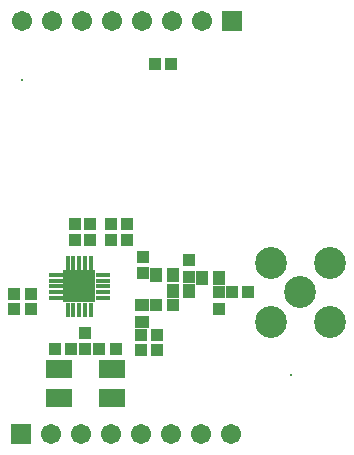
<source format=gts>
%FSLAX44Y44*%
%MOMM*%
G71*
G01*
G75*
G04 Layer_Color=8388736*
%ADD10R,0.9000X0.8000*%
%ADD11R,0.8000X1.1000*%
%ADD12R,0.8000X0.9000*%
%ADD13R,1.1000X0.8000*%
%ADD14R,2.0000X1.4000*%
%ADD15R,1.0500X0.2500*%
%ADD16R,0.2500X1.0500*%
%ADD17R,2.5000X2.5000*%
%ADD18C,1.5000*%
%ADD19C,0.7500*%
%ADD20C,0.2000*%
%ADD21C,0.5000*%
%ADD22C,0.3000*%
%ADD23C,2.5000*%
%ADD24C,1.5000*%
%ADD25R,1.5000X1.5000*%
%ADD26C,0.8000*%
%ADD27R,1.1032X1.0032*%
%ADD28R,1.0032X1.3032*%
%ADD29R,1.0032X1.1032*%
%ADD30R,1.3032X1.0032*%
%ADD31R,2.2032X1.6032*%
%ADD32R,1.2532X0.4532*%
%ADD33R,0.4532X1.2532*%
%ADD34R,2.7032X2.7032*%
%ADD35C,0.2032*%
%ADD36C,2.7032*%
%ADD37C,1.7032*%
%ADD38R,1.7032X1.7032*%
%ADD39C,1.0032*%
D27*
X1145000Y1200000D02*
D03*
Y1186000D02*
D03*
X1184000Y1197000D02*
D03*
Y1183000D02*
D03*
X1209000Y1156000D02*
D03*
Y1170000D02*
D03*
X1100000Y1228000D02*
D03*
Y1214000D02*
D03*
X1096000Y1122000D02*
D03*
Y1136000D02*
D03*
X1131000Y1228000D02*
D03*
Y1214000D02*
D03*
X1118000Y1228000D02*
D03*
Y1214000D02*
D03*
X1087000Y1228000D02*
D03*
Y1214000D02*
D03*
D28*
X1170000Y1185000D02*
D03*
X1156000D02*
D03*
X1184000Y1171000D02*
D03*
X1170000D02*
D03*
X1209000Y1182000D02*
D03*
X1195000D02*
D03*
D29*
X1220000Y1170000D02*
D03*
X1234000D02*
D03*
X1170000Y1159000D02*
D03*
X1156000D02*
D03*
X1143000Y1134000D02*
D03*
X1157000D02*
D03*
X1169000Y1363000D02*
D03*
X1155000D02*
D03*
X1122000Y1122000D02*
D03*
X1108000D02*
D03*
X1070000Y1122000D02*
D03*
X1084000D02*
D03*
X1050000Y1156000D02*
D03*
X1036000D02*
D03*
X1157000Y1121000D02*
D03*
X1143000D02*
D03*
X1036000Y1169000D02*
D03*
X1050000D02*
D03*
D30*
X1144000Y1145000D02*
D03*
Y1159000D02*
D03*
D31*
X1073500Y1105500D02*
D03*
X1118500D02*
D03*
Y1080500D02*
D03*
X1073500D02*
D03*
D32*
X1071250Y1185000D02*
D03*
Y1180000D02*
D03*
Y1175000D02*
D03*
Y1170000D02*
D03*
Y1165000D02*
D03*
X1110750D02*
D03*
Y1170000D02*
D03*
Y1175000D02*
D03*
Y1180000D02*
D03*
Y1185000D02*
D03*
D33*
X1081000Y1155250D02*
D03*
X1086000D02*
D03*
X1091000D02*
D03*
X1096000D02*
D03*
X1101000D02*
D03*
Y1194750D02*
D03*
X1096000D02*
D03*
X1091000D02*
D03*
X1086000D02*
D03*
X1081000D02*
D03*
D34*
X1091000Y1175000D02*
D03*
D35*
X1042200Y1350000D02*
D03*
X1269800Y1100250D02*
D03*
D36*
X1253000Y1195000D02*
D03*
Y1145000D02*
D03*
X1278000Y1170000D02*
D03*
X1303000Y1195000D02*
D03*
Y1145000D02*
D03*
D37*
X1219800Y1050000D02*
D03*
X1194400D02*
D03*
X1169000D02*
D03*
X1143600D02*
D03*
X1118200D02*
D03*
X1092800D02*
D03*
X1067400D02*
D03*
X1042200Y1400000D02*
D03*
X1067600D02*
D03*
X1093000D02*
D03*
X1118400D02*
D03*
X1143800D02*
D03*
X1169200D02*
D03*
X1194600D02*
D03*
D38*
X1042000Y1050000D02*
D03*
X1220000Y1400000D02*
D03*
D39*
X1085000Y1181000D02*
D03*
X1097000D02*
D03*
X1085000Y1169000D02*
D03*
X1097000D02*
D03*
M02*

</source>
